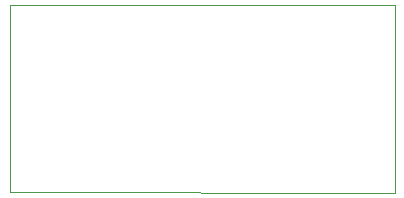
<source format=gm1>
%TF.GenerationSoftware,KiCad,Pcbnew,(5.1.6-0-10_14)*%
%TF.CreationDate,2022-03-22T21:21:40-04:00*%
%TF.ProjectId,MPPT Chip,4d505054-2043-4686-9970-2e6b69636164,v01*%
%TF.SameCoordinates,Original*%
%TF.FileFunction,Profile,NP*%
%FSLAX46Y46*%
G04 Gerber Fmt 4.6, Leading zero omitted, Abs format (unit mm)*
G04 Created by KiCad (PCBNEW (5.1.6-0-10_14)) date 2022-03-22 21:21:40*
%MOMM*%
%LPD*%
G01*
G04 APERTURE LIST*
%TA.AperFunction,Profile*%
%ADD10C,0.050000*%
%TD*%
G04 APERTURE END LIST*
D10*
X90502740Y-89166700D02*
X57924700Y-89166700D01*
X90502740Y-105115360D02*
X90502740Y-89166700D01*
X57924700Y-105062020D02*
X90502740Y-105115360D01*
X57924700Y-89166700D02*
X57924700Y-105062020D01*
M02*

</source>
